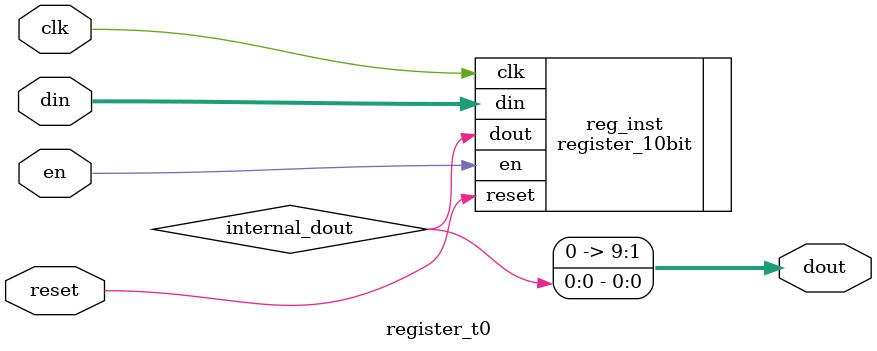
<source format=v>
`timescale 1 ns/1 ps
module register_t0(
    output wire [9:0] dout,
    input wire clk, reset, en,
    input wire [9:0] din );
    
    register_10bit reg_inst(.clk(clk), .reset(reset), .en(en), .dout(internal_dout), .din(din));
    
    assign dout = internal_dout;
endmodule
</source>
